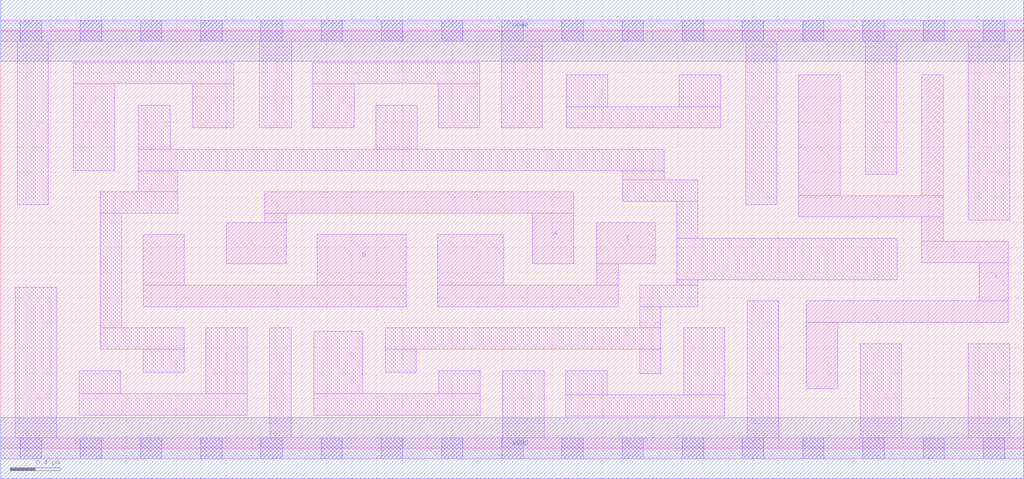
<source format=lef>
# Copyright 2020 The SkyWater PDK Authors
#
# Licensed under the Apache License, Version 2.0 (the "License");
# you may not use this file except in compliance with the License.
# You may obtain a copy of the License at
#
#     https://www.apache.org/licenses/LICENSE-2.0
#
# Unless required by applicable law or agreed to in writing, software
# distributed under the License is distributed on an "AS IS" BASIS,
# WITHOUT WARRANTIES OR CONDITIONS OF ANY KIND, either express or implied.
# See the License for the specific language governing permissions and
# limitations under the License.
#
# SPDX-License-Identifier: Apache-2.0

VERSION 5.7 ;
  NAMESCASESENSITIVE ON ;
  NOWIREEXTENSIONATPIN ON ;
  DIVIDERCHAR "/" ;
  BUSBITCHARS "[]" ;
UNITS
  DATABASE MICRONS 200 ;
END UNITS
MACRO sky130_fd_sc_ls__maj3_4
  CLASS CORE ;
  SOURCE USER ;
  FOREIGN sky130_fd_sc_ls__maj3_4 ;
  ORIGIN  0.000000  0.000000 ;
  SIZE  8.160000 BY  3.330000 ;
  SYMMETRY X Y ;
  SITE unit ;
  PIN A
    ANTENNAGATEAREA  0.984000 ;
    DIRECTION INPUT ;
    USE SIGNAL ;
    PORT
      LAYER li1 ;
        RECT 1.800000 1.470000 2.275000 1.800000 ;
        RECT 2.105000 1.800000 2.275000 1.875000 ;
        RECT 2.105000 1.875000 4.570000 2.045000 ;
        RECT 4.240000 1.470000 4.570000 1.875000 ;
    END
  END A
  PIN B
    ANTENNAGATEAREA  0.984000 ;
    DIRECTION INPUT ;
    USE SIGNAL ;
    PORT
      LAYER li1 ;
        RECT 1.135000 1.130000 3.235000 1.300000 ;
        RECT 1.135000 1.300000 1.465000 1.705000 ;
        RECT 2.525000 1.300000 3.235000 1.705000 ;
    END
  END B
  PIN C
    ANTENNAGATEAREA  0.984000 ;
    DIRECTION INPUT ;
    USE SIGNAL ;
    PORT
      LAYER li1 ;
        RECT 3.485000 1.130000 4.925000 1.300000 ;
        RECT 3.485000 1.300000 4.010000 1.705000 ;
        RECT 4.755000 1.300000 4.925000 1.470000 ;
        RECT 4.755000 1.470000 5.220000 1.800000 ;
    END
  END C
  PIN X
    ANTENNADIFFAREA  1.116000 ;
    DIRECTION OUTPUT ;
    USE SIGNAL ;
    PORT
      LAYER li1 ;
        RECT 6.365000 1.845000 7.515000 2.015000 ;
        RECT 6.365000 2.015000 6.695000 2.980000 ;
        RECT 6.425000 0.475000 6.675000 1.005000 ;
        RECT 6.425000 1.005000 8.035000 1.175000 ;
        RECT 7.345000 1.480000 8.035000 1.650000 ;
        RECT 7.345000 1.650000 7.515000 1.845000 ;
        RECT 7.345000 2.015000 7.515000 2.980000 ;
        RECT 7.805000 1.175000 8.035000 1.480000 ;
    END
  END X
  PIN VGND
    DIRECTION INOUT ;
    SHAPE ABUTMENT ;
    USE GROUND ;
    PORT
      LAYER met1 ;
        RECT 0.000000 -0.245000 8.160000 0.245000 ;
    END
  END VGND
  PIN VPWR
    DIRECTION INOUT ;
    SHAPE ABUTMENT ;
    USE POWER ;
    PORT
      LAYER met1 ;
        RECT 0.000000 3.085000 8.160000 3.575000 ;
    END
  END VPWR
  OBS
    LAYER li1 ;
      RECT 0.000000 -0.085000 8.160000 0.085000 ;
      RECT 0.000000  3.245000 8.160000 3.415000 ;
      RECT 0.115000  0.085000 0.445000 1.285000 ;
      RECT 0.130000  1.940000 0.380000 3.245000 ;
      RECT 0.580000  2.215000 0.910000 2.905000 ;
      RECT 0.580000  2.905000 1.860000 3.075000 ;
      RECT 0.625000  0.265000 1.965000 0.435000 ;
      RECT 0.625000  0.435000 0.955000 0.620000 ;
      RECT 0.795000  0.790000 1.465000 0.960000 ;
      RECT 0.795000  0.960000 0.965000 1.875000 ;
      RECT 0.795000  1.875000 1.410000 2.045000 ;
      RECT 1.095000  2.045000 1.410000 2.215000 ;
      RECT 1.095000  2.215000 5.290000 2.385000 ;
      RECT 1.095000  2.385000 1.350000 2.735000 ;
      RECT 1.135000  0.605000 1.465000 0.790000 ;
      RECT 1.530000  2.555000 1.860000 2.905000 ;
      RECT 1.635000  0.435000 1.965000 0.960000 ;
      RECT 2.060000  2.555000 2.320000 3.245000 ;
      RECT 2.145000  0.085000 2.315000 0.960000 ;
      RECT 2.490000  2.555000 2.820000 2.905000 ;
      RECT 2.490000  2.905000 3.820000 3.075000 ;
      RECT 2.495000  0.265000 3.825000 0.435000 ;
      RECT 2.495000  0.435000 2.885000 0.935000 ;
      RECT 2.990000  2.385000 3.320000 2.735000 ;
      RECT 3.065000  0.605000 3.315000 0.790000 ;
      RECT 3.065000  0.790000 5.265000 0.960000 ;
      RECT 3.490000  2.555000 3.820000 2.905000 ;
      RECT 3.495000  0.435000 3.825000 0.620000 ;
      RECT 3.990000  2.555000 4.320000 3.245000 ;
      RECT 4.005000  0.085000 4.335000 0.620000 ;
      RECT 4.505000  0.255000 5.775000 0.425000 ;
      RECT 4.505000  0.425000 4.835000 0.620000 ;
      RECT 4.510000  2.555000 5.740000 2.725000 ;
      RECT 4.510000  2.725000 4.840000 2.980000 ;
      RECT 4.960000  1.970000 5.560000 2.140000 ;
      RECT 4.960000  2.140000 5.290000 2.215000 ;
      RECT 5.095000  0.595000 5.265000 0.790000 ;
      RECT 5.095000  0.960000 5.265000 1.130000 ;
      RECT 5.095000  1.130000 5.560000 1.300000 ;
      RECT 5.390000  1.300000 5.560000 1.345000 ;
      RECT 5.390000  1.345000 7.150000 1.675000 ;
      RECT 5.390000  1.675000 5.560000 1.970000 ;
      RECT 5.410000  2.725000 5.740000 2.980000 ;
      RECT 5.445000  0.425000 5.775000 0.960000 ;
      RECT 5.940000  1.940000 6.190000 3.245000 ;
      RECT 5.955000  0.085000 6.205000 1.175000 ;
      RECT 6.855000  0.085000 7.185000 0.835000 ;
      RECT 6.895000  2.185000 7.145000 3.245000 ;
      RECT 7.715000  0.085000 8.045000 0.835000 ;
      RECT 7.715000  1.820000 8.045000 3.245000 ;
    LAYER mcon ;
      RECT 0.155000 -0.085000 0.325000 0.085000 ;
      RECT 0.155000  3.245000 0.325000 3.415000 ;
      RECT 0.635000 -0.085000 0.805000 0.085000 ;
      RECT 0.635000  3.245000 0.805000 3.415000 ;
      RECT 1.115000 -0.085000 1.285000 0.085000 ;
      RECT 1.115000  3.245000 1.285000 3.415000 ;
      RECT 1.595000 -0.085000 1.765000 0.085000 ;
      RECT 1.595000  3.245000 1.765000 3.415000 ;
      RECT 2.075000 -0.085000 2.245000 0.085000 ;
      RECT 2.075000  3.245000 2.245000 3.415000 ;
      RECT 2.555000 -0.085000 2.725000 0.085000 ;
      RECT 2.555000  3.245000 2.725000 3.415000 ;
      RECT 3.035000 -0.085000 3.205000 0.085000 ;
      RECT 3.035000  3.245000 3.205000 3.415000 ;
      RECT 3.515000 -0.085000 3.685000 0.085000 ;
      RECT 3.515000  3.245000 3.685000 3.415000 ;
      RECT 3.995000 -0.085000 4.165000 0.085000 ;
      RECT 3.995000  3.245000 4.165000 3.415000 ;
      RECT 4.475000 -0.085000 4.645000 0.085000 ;
      RECT 4.475000  3.245000 4.645000 3.415000 ;
      RECT 4.955000 -0.085000 5.125000 0.085000 ;
      RECT 4.955000  3.245000 5.125000 3.415000 ;
      RECT 5.435000 -0.085000 5.605000 0.085000 ;
      RECT 5.435000  3.245000 5.605000 3.415000 ;
      RECT 5.915000 -0.085000 6.085000 0.085000 ;
      RECT 5.915000  3.245000 6.085000 3.415000 ;
      RECT 6.395000 -0.085000 6.565000 0.085000 ;
      RECT 6.395000  3.245000 6.565000 3.415000 ;
      RECT 6.875000 -0.085000 7.045000 0.085000 ;
      RECT 6.875000  3.245000 7.045000 3.415000 ;
      RECT 7.355000 -0.085000 7.525000 0.085000 ;
      RECT 7.355000  3.245000 7.525000 3.415000 ;
      RECT 7.835000 -0.085000 8.005000 0.085000 ;
      RECT 7.835000  3.245000 8.005000 3.415000 ;
  END
END sky130_fd_sc_ls__maj3_4

</source>
